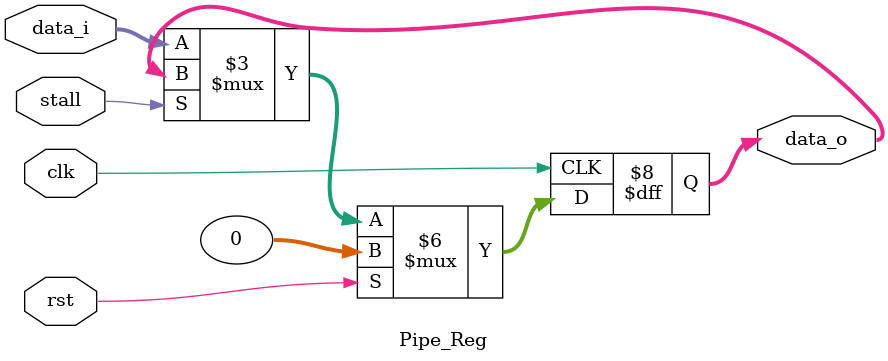
<source format=v>
module Pipe_Reg #(parameter size = 32)(
  clk,
  rst,
  data_i,
  data_o,
  stall
);

  //I/O ports
  input clk;
  input rst;
  input [size-1:0] data_i;

  output [size-1:0] data_o;
  input stall;

  //Internal Signals
  reg [size-1:0] data_o;

  //Main function
  /*your code here*/
  always @(posedge clk ) begin
    if (rst) data_o <= 0;
    else if (!stall) data_o <= data_i;
  end
  
  

endmodule

</source>
